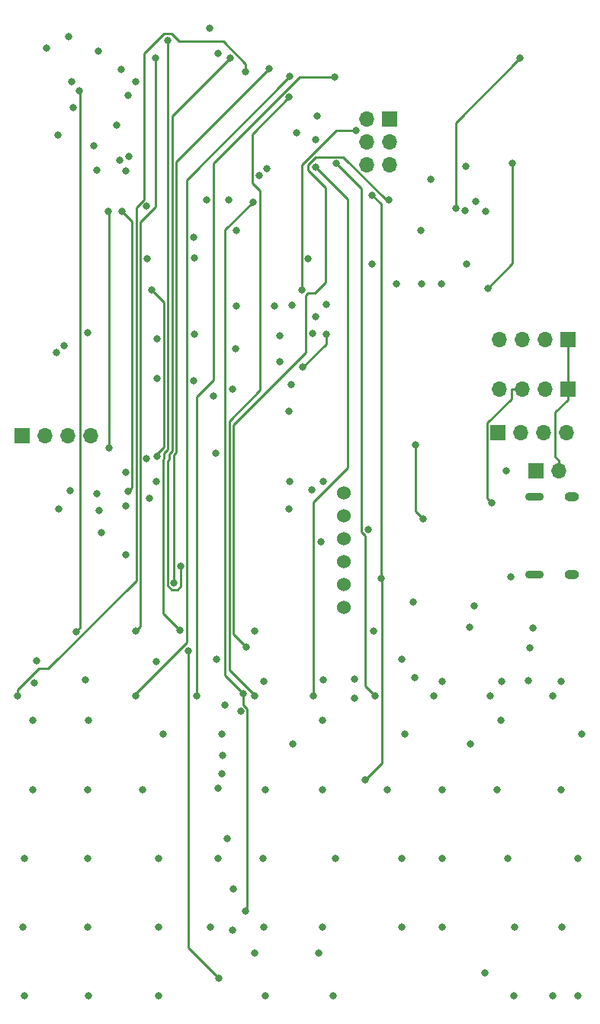
<source format=gbr>
%TF.GenerationSoftware,KiCad,Pcbnew,(5.1.12)-1*%
%TF.CreationDate,2022-02-12T22:16:26+01:00*%
%TF.ProjectId,MemoryBrakout,4d656d6f-7279-4427-9261-6b6f75742e6b,rev?*%
%TF.SameCoordinates,Original*%
%TF.FileFunction,Copper,L3,Inr*%
%TF.FilePolarity,Positive*%
%FSLAX46Y46*%
G04 Gerber Fmt 4.6, Leading zero omitted, Abs format (unit mm)*
G04 Created by KiCad (PCBNEW (5.1.12)-1) date 2022-02-12 22:16:26*
%MOMM*%
%LPD*%
G01*
G04 APERTURE LIST*
%TA.AperFunction,ComponentPad*%
%ADD10O,1.700000X1.700000*%
%TD*%
%TA.AperFunction,ComponentPad*%
%ADD11R,1.700000X1.700000*%
%TD*%
%TA.AperFunction,ComponentPad*%
%ADD12O,1.600000X1.000000*%
%TD*%
%TA.AperFunction,ComponentPad*%
%ADD13O,2.100000X0.900000*%
%TD*%
%TA.AperFunction,ComponentPad*%
%ADD14C,1.524000*%
%TD*%
%TA.AperFunction,ViaPad*%
%ADD15C,0.800000*%
%TD*%
%TA.AperFunction,Conductor*%
%ADD16C,0.250000*%
%TD*%
G04 APERTURE END LIST*
D10*
%TO.N,/SCL*%
%TO.C,J104*%
X159258000Y-95631000D03*
%TO.N,/SDA*%
X156718000Y-95631000D03*
%TO.N,/RXD*%
X154178000Y-95631000D03*
D11*
%TO.N,/TXD*%
X151638000Y-95631000D03*
%TD*%
%TO.N,+3V3*%
%TO.C,J105*%
X204470000Y-95250000D03*
D10*
X207010000Y-95250000D03*
%TO.N,GND*%
X209550000Y-95250000D03*
X212090000Y-95250000D03*
%TD*%
D11*
%TO.N,MISOA*%
%TO.C,J3*%
X192430000Y-60452000D03*
D10*
%TO.N,5volts*%
X189890000Y-60452000D03*
%TO.N,SCKA*%
X192430000Y-62992000D03*
%TO.N,MOSIA*%
X189890000Y-62992000D03*
%TO.N,RESETA*%
X192430000Y-65532000D03*
%TO.N,GND*%
X189890000Y-65532000D03*
%TD*%
D12*
%TO.N,GND*%
%TO.C,J4*%
X212690000Y-102360000D03*
X212690000Y-111000000D03*
D13*
X208510000Y-102360000D03*
X208510000Y-111000000D03*
%TD*%
D11*
%TO.N,5volts*%
%TO.C,J2*%
X212217000Y-90424000D03*
D10*
%TO.N,D+*%
X209677000Y-90424000D03*
%TO.N,D-*%
X207137000Y-90424000D03*
%TO.N,GND*%
X204597000Y-90424000D03*
%TD*%
D11*
%TO.N,5volts*%
%TO.C,J6*%
X212217000Y-84963000D03*
D10*
%TO.N,/BAT-*%
X209677000Y-84963000D03*
%TO.N,/BAT+*%
X207137000Y-84963000D03*
%TO.N,GND*%
X204597000Y-84963000D03*
%TD*%
D11*
%TO.N,Net-(J8-Pad1)*%
%TO.C,J8*%
X208686000Y-99517200D03*
D10*
%TO.N,5volts*%
X211226000Y-99517200D03*
%TD*%
D14*
%TO.N,Net-(J8-Pad1)*%
%TO.C,U3*%
X187388700Y-114629800D03*
%TO.N,GND*%
X187388700Y-112089800D03*
%TO.N,/BAT+*%
X187388700Y-109549800D03*
%TO.N,GND*%
X187388700Y-107009800D03*
X187388700Y-104469800D03*
%TO.N,/VBUS5v*%
X187388700Y-101929800D03*
%TD*%
D15*
%TO.N,/DISPON*%
X185420000Y-84323700D03*
X182832000Y-88034400D03*
%TO.N,GND*%
X179679600Y-81229200D03*
X183413400Y-75996800D03*
X185445400Y-81026000D03*
X181584600Y-81178400D03*
X197053200Y-67157600D03*
X170738800Y-75895200D03*
X165557200Y-75946000D03*
X195884800Y-72847200D03*
X200964800Y-76530200D03*
X190525400Y-76606400D03*
X184835800Y-107416600D03*
X175387000Y-72834500D03*
X154356000Y-52628800D03*
X163441000Y-57878600D03*
X184378000Y-60147200D03*
X184201000Y-62788800D03*
X181483000Y-89941400D03*
X181229000Y-92938600D03*
X160477200Y-106375200D03*
X160172400Y-103936800D03*
X159969200Y-102082600D03*
X156972000Y-101701600D03*
X165811200Y-102565200D03*
X166527603Y-100680397D03*
X175361600Y-85953600D03*
X175006000Y-90449400D03*
X175387000Y-81229200D03*
X162102800Y-61163200D03*
X159588200Y-63423800D03*
X188518800Y-124739400D03*
X188518800Y-122656600D03*
X195249800Y-122478800D03*
X208356200Y-116992400D03*
X208000600Y-119126000D03*
X175082200Y-145872200D03*
X175006000Y-150444200D03*
X174447200Y-140284200D03*
X173913800Y-131089400D03*
%TO.N,+3V3*%
X180209400Y-84551600D03*
X170794100Y-84379600D03*
X165476900Y-98147500D03*
%TO.N,/SDA*%
X203072800Y-70684200D03*
%TO.N,/SCL*%
X200805000Y-70676000D03*
%TO.N,/TXD*%
X198163700Y-78800900D03*
%TO.N,/RXD*%
X195969000Y-78791100D03*
%TO.N,/BUT1*%
X193185000Y-78799500D03*
X156259000Y-85608300D03*
%TO.N,/BUT2*%
X166656100Y-84876300D03*
X190055400Y-105993100D03*
%TO.N,/EXTMODE*%
X166591400Y-89290500D03*
X170643200Y-89545300D03*
X180265100Y-87387600D03*
%TO.N,/LEDYellow*%
X181385700Y-100717300D03*
%TO.N,/LEDPink*%
X162750500Y-70718900D03*
X163430600Y-101822200D03*
X181230800Y-103760300D03*
%TO.N,/LEDYellow2*%
X161195100Y-70700400D03*
X161265000Y-97001200D03*
X185039900Y-100694400D03*
%TO.N,/LEDPink2*%
X166066500Y-79474500D03*
X166614900Y-97877100D03*
X183807700Y-101610500D03*
%TO.N,XTAL1*%
X160128000Y-52978400D03*
X156820000Y-51333400D03*
X162636000Y-55016400D03*
X164236000Y-56351000D03*
%TO.N,5volts*%
X172136000Y-69418200D03*
X182091000Y-62001400D03*
X174600000Y-69494400D03*
X157099000Y-56362600D03*
X157328000Y-59170400D03*
X172441000Y-50393600D03*
X173355000Y-53187600D03*
%TO.N,ROW0*%
X175921000Y-126216800D03*
X174117000Y-125463500D03*
%TO.N,Net-(D1-Pad2)*%
X152850300Y-127164700D03*
%TO.N,Net-(D2-Pad2)*%
X159012800Y-127164700D03*
%TO.N,Net-(D3-Pad2)*%
X167275300Y-128695200D03*
%TO.N,Net-(D4-Pad2)*%
X173855800Y-128695200D03*
%TO.N,Net-(D5-Pad2)*%
X181700800Y-129817100D03*
%TO.N,Net-(D6-Pad2)*%
X185020500Y-127164700D03*
%TO.N,Net-(D7-Pad2)*%
X194177500Y-128695200D03*
%TO.N,Net-(D8-Pad2)*%
X201390500Y-129817100D03*
%TO.N,Net-(D9-Pad2)*%
X204775000Y-127164700D03*
%TO.N,Net-(D10-Pad2)*%
X213812000Y-128695200D03*
%TO.N,Net-(D11-Pad2)*%
X201355000Y-116908400D03*
%TO.N,Net-(D12-Pad2)*%
X201876300Y-114534500D03*
%TO.N,ROW1*%
X173814400Y-133082400D03*
X189742500Y-133800500D03*
X191475400Y-111465300D03*
X190500000Y-68910200D03*
%TO.N,Net-(D13-Pad2)*%
X152850300Y-134874000D03*
%TO.N,Net-(D14-Pad2)*%
X158876200Y-134874000D03*
%TO.N,Net-(D15-Pad2)*%
X165039000Y-134874000D03*
%TO.N,Net-(D16-Pad2)*%
X173352300Y-134756100D03*
%TO.N,Net-(D17-Pad2)*%
X178627500Y-134874000D03*
%TO.N,Net-(D18-Pad2)*%
X185020500Y-134874000D03*
%TO.N,Net-(D19-Pad2)*%
X192229300Y-134874000D03*
%TO.N,Net-(D20-Pad2)*%
X198292300Y-134874000D03*
%TO.N,Net-(D21-Pad2)*%
X204381500Y-134874000D03*
%TO.N,Net-(D22-Pad2)*%
X211493000Y-134874000D03*
%TO.N,Net-(D23-Pad2)*%
X195050600Y-114109500D03*
%TO.N,Net-(D24-Pad2)*%
X205867900Y-111249900D03*
%TO.N,Net-(D25-Pad2)*%
X151889300Y-142494000D03*
%TO.N,Net-(D26-Pad2)*%
X158912800Y-142494000D03*
%TO.N,Net-(D27-Pad2)*%
X166786300Y-142547500D03*
%TO.N,Net-(D28-Pad2)*%
X173352300Y-142547500D03*
%TO.N,Net-(D29-Pad2)*%
X178422500Y-142494000D03*
%TO.N,Net-(D30-Pad2)*%
X186433500Y-142547500D03*
%TO.N,Net-(D31-Pad2)*%
X193759000Y-142547500D03*
%TO.N,Net-(D32-Pad2)*%
X198292300Y-142494000D03*
%TO.N,Net-(D33-Pad2)*%
X205604800Y-142494000D03*
%TO.N,Net-(D34-Pad2)*%
X213351000Y-142547500D03*
%TO.N,Net-(D35-Pad2)*%
X185086000Y-122743800D03*
%TO.N,Net-(D36-Pad2)*%
X193759000Y-120387700D03*
%TO.N,Net-(D37-Pad2)*%
X151700300Y-150114000D03*
%TO.N,ROW3*%
X176201400Y-124208300D03*
X176429300Y-148351200D03*
X177292000Y-69672200D03*
%TO.N,Net-(D38-Pad2)*%
X158912800Y-150114000D03*
%TO.N,Net-(D39-Pad2)*%
X166786300Y-150167500D03*
%TO.N,Net-(D40-Pad2)*%
X172540000Y-150114000D03*
%TO.N,Net-(D41-Pad2)*%
X178500500Y-150114000D03*
%TO.N,Net-(D42-Pad2)*%
X185020500Y-150114000D03*
%TO.N,Net-(D43-Pad2)*%
X193759000Y-150167500D03*
%TO.N,Net-(D44-Pad2)*%
X198292300Y-150114000D03*
%TO.N,Net-(D45-Pad2)*%
X206329800Y-150167500D03*
%TO.N,Net-(D46-Pad2)*%
X211620000Y-150114000D03*
%TO.N,Net-(D47-Pad2)*%
X198294000Y-122867000D03*
%TO.N,Net-(D48-Pad2)*%
X204898000Y-122867000D03*
%TO.N,ROW4*%
X173460900Y-155855300D03*
X170064500Y-119532100D03*
X176497000Y-119074200D03*
X192380000Y-69469000D03*
%TO.N,Net-(D49-Pad2)*%
X151889300Y-157734000D03*
%TO.N,Net-(D50-Pad2)*%
X158962300Y-157734000D03*
%TO.N,Net-(D51-Pad2)*%
X166786300Y-157787500D03*
%TO.N,Net-(D52-Pad2)*%
X186136000Y-157787500D03*
X178673000Y-157734000D03*
%TO.N,Net-(D55-Pad2)*%
X206280300Y-157787500D03*
%TO.N,Net-(D56-Pad2)*%
X213351000Y-157787500D03*
%TO.N,Net-(D57-Pad2)*%
X211530500Y-122867000D03*
%TO.N,Net-(D58-Pad2)*%
X153283000Y-120630800D03*
%TO.N,Net-(D59-Pad2)*%
X158670000Y-122743800D03*
%TO.N,Net-(D60-Pad2)*%
X166553300Y-120700000D03*
%TO.N,Net-(D61-Pad2)*%
X173237500Y-120423300D03*
%TO.N,Net-(D62-Pad2)*%
X178482000Y-122867000D03*
%TO.N,COL0*%
X151165500Y-124446000D03*
X176479000Y-55270400D03*
%TO.N,COL1*%
X168509100Y-111952400D03*
X179070000Y-54914800D03*
%TO.N,COL2*%
X164277000Y-124446000D03*
X181381000Y-55753000D03*
%TO.N,COL3*%
X171029300Y-124446000D03*
X186360000Y-55854600D03*
%TO.N,COL4*%
X177418000Y-153034100D03*
X202997700Y-155204700D03*
X177418000Y-124446000D03*
X181305000Y-58064400D03*
%TO.N,COL5*%
X184586400Y-153057100D03*
X210579000Y-157787500D03*
X183966800Y-124446000D03*
X184201000Y-65786000D03*
%TO.N,COL6*%
X207822700Y-122778300D03*
X190854300Y-124446000D03*
X186512000Y-65430400D03*
%TO.N,COL7*%
X197315000Y-124446000D03*
X152959300Y-123081400D03*
X159923000Y-66109600D03*
%TO.N,COL8*%
X203656500Y-124446000D03*
X157620000Y-117334600D03*
X157988000Y-57378600D03*
%TO.N,COL9*%
X210544000Y-124446000D03*
X164224000Y-117316200D03*
X166446000Y-53746400D03*
%TO.N,COL10*%
X169173900Y-117197200D03*
X167767000Y-51739800D03*
%TO.N,COL11*%
X190640000Y-117312100D03*
X177432000Y-117294700D03*
X169212700Y-110081200D03*
X174727000Y-53695600D03*
%TO.N,D+*%
X205408800Y-99485700D03*
X173126000Y-97586800D03*
%TO.N,D-*%
X203797000Y-103085000D03*
X172847000Y-91236800D03*
%TO.N,Net-(R102-Pad1)*%
X195280000Y-96615600D03*
X196190000Y-104867000D03*
%TO.N,Net-(R104-Pad1)*%
X155671500Y-103726200D03*
%TO.N,Net-(R108-Pad1)*%
X163115000Y-108830100D03*
%TO.N,Net-(R110-Pad1)*%
X163115000Y-103402500D03*
%TO.N,Net-(R111-Pad1)*%
X163115000Y-99714900D03*
%TO.N,/BAT+*%
X158951200Y-84189900D03*
%TO.N,/BAT-*%
X155401900Y-86403000D03*
%TO.N,/DIO0W*%
X206929700Y-53707800D03*
X199774800Y-70352600D03*
%TO.N,/LRESET*%
X170662600Y-73634600D03*
X200914000Y-65709800D03*
%TO.N,/NSS*%
X165453300Y-70158800D03*
X202024700Y-69631200D03*
%TO.N,/MOSI*%
X184200300Y-82375800D03*
X203343500Y-79241900D03*
X206070300Y-65408800D03*
%TO.N,/SCK*%
X188677600Y-61722000D03*
X182680900Y-79449400D03*
X183855700Y-84292100D03*
%TO.N,MISOA*%
X162433000Y-65024000D03*
%TO.N,SCKA*%
X177973000Y-66771900D03*
X163169600Y-66243200D03*
%TO.N,MOSIA*%
X178773000Y-65971800D03*
X163491000Y-64665700D03*
%TO.N,RESETA*%
X155575000Y-62255400D03*
%TD*%
D16*
%TO.N,/DISPON*%
X182832000Y-88034400D02*
X185420000Y-85446400D01*
X185420000Y-85446400D02*
X185420000Y-84323700D01*
%TO.N,/LEDPink*%
X163430600Y-101822200D02*
X163850900Y-101401900D01*
X163850900Y-101401900D02*
X163850900Y-71819300D01*
X163850900Y-71819300D02*
X162750500Y-70718900D01*
%TO.N,/LEDYellow2*%
X161265000Y-97001200D02*
X161265000Y-70770300D01*
X161265000Y-70770300D02*
X161195100Y-70700400D01*
%TO.N,/LEDPink2*%
X166614900Y-97877100D02*
X166614900Y-97688400D01*
X166614900Y-97688400D02*
X167381500Y-96921800D01*
X167381500Y-96921800D02*
X167381500Y-80789500D01*
X167381500Y-80789500D02*
X166066500Y-79474500D01*
%TO.N,5volts*%
X212217000Y-84963000D02*
X212217000Y-90424000D01*
X212217000Y-90424000D02*
X212217000Y-91599300D01*
X211226000Y-99517200D02*
X211226000Y-98341900D01*
X211226000Y-98341900D02*
X210852400Y-97968300D01*
X210852400Y-97968300D02*
X210852400Y-92963900D01*
X210852400Y-92963900D02*
X212217000Y-91599300D01*
%TO.N,ROW1*%
X191475400Y-111465300D02*
X191475400Y-69885600D01*
X191475400Y-69885600D02*
X190500000Y-68910200D01*
X191475400Y-111465300D02*
X191616600Y-111606500D01*
X191616600Y-111606500D02*
X191616600Y-131926400D01*
X191616600Y-131926400D02*
X189742500Y-133800500D01*
%TO.N,ROW3*%
X176429300Y-148351200D02*
X176646300Y-148134200D01*
X176646300Y-148134200D02*
X176646300Y-125916300D01*
X176646300Y-125916300D02*
X176201500Y-125471500D01*
X176201500Y-125471500D02*
X176201400Y-125471500D01*
X176201400Y-125471500D02*
X176201400Y-124208300D01*
X177292000Y-69672200D02*
X174175400Y-72788800D01*
X174175400Y-72788800D02*
X174175400Y-122182300D01*
X174175400Y-122182300D02*
X176201400Y-124208300D01*
%TO.N,ROW4*%
X176497000Y-119074200D02*
X175076000Y-117653200D01*
X175076000Y-117653200D02*
X175076000Y-94412700D01*
X175076000Y-94412700D02*
X183130400Y-86358300D01*
X183130400Y-86358300D02*
X183130400Y-80025700D01*
X183130400Y-80025700D02*
X183406200Y-79749900D01*
X183406200Y-65518300D02*
X184248800Y-64675700D01*
X184248800Y-64675700D02*
X187291400Y-64675700D01*
X187291400Y-64675700D02*
X192084700Y-69469000D01*
X192084700Y-69469000D02*
X192380000Y-69469000D01*
X170064500Y-119532100D02*
X170064500Y-152458900D01*
X170064500Y-152458900D02*
X173460900Y-155855300D01*
X183406200Y-79749900D02*
X184130700Y-79749900D01*
X184130700Y-79749900D02*
X185318400Y-78562200D01*
X185318400Y-78562200D02*
X185318400Y-68072000D01*
X183406200Y-66159800D02*
X183406200Y-65518300D01*
X185318400Y-68072000D02*
X183406200Y-66159800D01*
%TO.N,COL0*%
X176479000Y-55270400D02*
X176479000Y-54345200D01*
X176479000Y-54345200D02*
X173985100Y-51851300D01*
X173985100Y-51851300D02*
X169073500Y-51851300D01*
X169073500Y-51851300D02*
X168226100Y-51003900D01*
X168226100Y-51003900D02*
X167374900Y-51003900D01*
X167374900Y-51003900D02*
X165148600Y-53230200D01*
X165148600Y-53230200D02*
X165148600Y-69437800D01*
X165148600Y-69437800D02*
X164301200Y-70285200D01*
X164301200Y-70285200D02*
X164301200Y-111695800D01*
X164301200Y-111695800D02*
X154546600Y-121450400D01*
X154546600Y-121450400D02*
X153505700Y-121450400D01*
X153505700Y-121450400D02*
X151165500Y-123790600D01*
X151165500Y-123790600D02*
X151165500Y-124446000D01*
%TO.N,COL1*%
X168509100Y-111952400D02*
X168487400Y-111930700D01*
X168487400Y-111930700D02*
X168487400Y-97726600D01*
X168487400Y-97726600D02*
X168732400Y-97481600D01*
X168732400Y-97481600D02*
X168732400Y-65252400D01*
X168732400Y-65252400D02*
X179070000Y-54914800D01*
%TO.N,COL2*%
X164277000Y-124446000D02*
X164277000Y-124210300D01*
X164277000Y-124210300D02*
X169938000Y-118549300D01*
X169938000Y-118549300D02*
X169938000Y-109780700D01*
X169938000Y-109780700D02*
X169916200Y-109758900D01*
X169916200Y-109758900D02*
X169916200Y-67217800D01*
X169916200Y-67217800D02*
X181381000Y-55753000D01*
%TO.N,COL3*%
X186360000Y-55854600D02*
X182489000Y-55854600D01*
X182489000Y-55854600D02*
X172913500Y-65430100D01*
X172913500Y-65430100D02*
X172913500Y-89429800D01*
X172913500Y-89429800D02*
X171029300Y-91314000D01*
X171029300Y-91314000D02*
X171029300Y-124446000D01*
%TO.N,COL4*%
X177418000Y-124446000D02*
X177418000Y-124399100D01*
X177418000Y-124399100D02*
X174625700Y-121606800D01*
X174625700Y-121606800D02*
X174625700Y-94000800D01*
X174625700Y-94000800D02*
X178059400Y-90567100D01*
X178059400Y-90567100D02*
X178059400Y-68410400D01*
X178059400Y-68410400D02*
X177226200Y-67577200D01*
X177226200Y-67577200D02*
X177226200Y-62143200D01*
X177226200Y-62143200D02*
X181305000Y-58064400D01*
%TO.N,COL5*%
X183966800Y-124446000D02*
X183966800Y-102980800D01*
X183966800Y-102980800D02*
X187761800Y-99185800D01*
X187761800Y-99185800D02*
X187761800Y-69346800D01*
X187761800Y-69346800D02*
X184201000Y-65786000D01*
%TO.N,COL6*%
X186512000Y-65430400D02*
X189281900Y-68200300D01*
X189281900Y-68200300D02*
X189281900Y-106245300D01*
X189281900Y-106245300D02*
X189759500Y-106722900D01*
X189759500Y-106722900D02*
X189759600Y-106722900D01*
X189759600Y-106722900D02*
X189759600Y-123351300D01*
X189759600Y-123351300D02*
X190854300Y-124446000D01*
%TO.N,COL8*%
X157988000Y-57378600D02*
X158082500Y-57473100D01*
X158082500Y-57473100D02*
X158082500Y-116872100D01*
X158082500Y-116872100D02*
X157620000Y-117334600D01*
%TO.N,COL9*%
X164224000Y-117316200D02*
X164751500Y-116788700D01*
X164751500Y-116788700D02*
X164751500Y-71886400D01*
X164751500Y-71886400D02*
X166446000Y-70191900D01*
X166446000Y-70191900D02*
X166446000Y-53746400D01*
%TO.N,COL10*%
X169173900Y-117197200D02*
X167316800Y-115340100D01*
X167316800Y-115340100D02*
X167316800Y-98201000D01*
X167316800Y-98201000D02*
X167340200Y-98177600D01*
X167340200Y-98177600D02*
X167340200Y-97600000D01*
X167340200Y-97600000D02*
X167831800Y-97108400D01*
X167831800Y-97108400D02*
X167831800Y-51804600D01*
X167831800Y-51804600D02*
X167767000Y-51739800D01*
%TO.N,COL11*%
X169212700Y-110081200D02*
X169276000Y-110144500D01*
X169276000Y-110144500D02*
X169276000Y-112277100D01*
X169276000Y-112277100D02*
X168875300Y-112677800D01*
X168875300Y-112677800D02*
X168201100Y-112677800D01*
X168201100Y-112677800D02*
X167767100Y-112243800D01*
X167767100Y-112243800D02*
X167767100Y-98387600D01*
X167767100Y-98387600D02*
X167954000Y-98200700D01*
X167954000Y-98200700D02*
X167954000Y-97623100D01*
X167954000Y-97623100D02*
X168282100Y-97295000D01*
X168282100Y-97295000D02*
X168282100Y-60140500D01*
X168282100Y-60140500D02*
X174727000Y-53695600D01*
%TO.N,D-*%
X207137000Y-90424000D02*
X205961700Y-90424000D01*
X205961700Y-90424000D02*
X205961700Y-91519800D01*
X205961700Y-91519800D02*
X203283900Y-94197600D01*
X203283900Y-94197600D02*
X203283900Y-102571900D01*
X203283900Y-102571900D02*
X203797000Y-103085000D01*
%TO.N,Net-(R102-Pad1)*%
X196190000Y-104867000D02*
X195280000Y-103957000D01*
X195280000Y-103957000D02*
X195280000Y-96615600D01*
%TO.N,/DIO0W*%
X199774800Y-70352600D02*
X199774800Y-60862700D01*
X199774800Y-60862700D02*
X206929700Y-53707800D01*
%TO.N,/MOSI*%
X206070300Y-65408800D02*
X206070300Y-76515100D01*
X206070300Y-76515100D02*
X203343500Y-79241900D01*
%TO.N,/SCK*%
X182680900Y-79449400D02*
X182680900Y-65573300D01*
X182680900Y-65573300D02*
X186532200Y-61722000D01*
X186532200Y-61722000D02*
X188677600Y-61722000D01*
%TD*%
M02*

</source>
